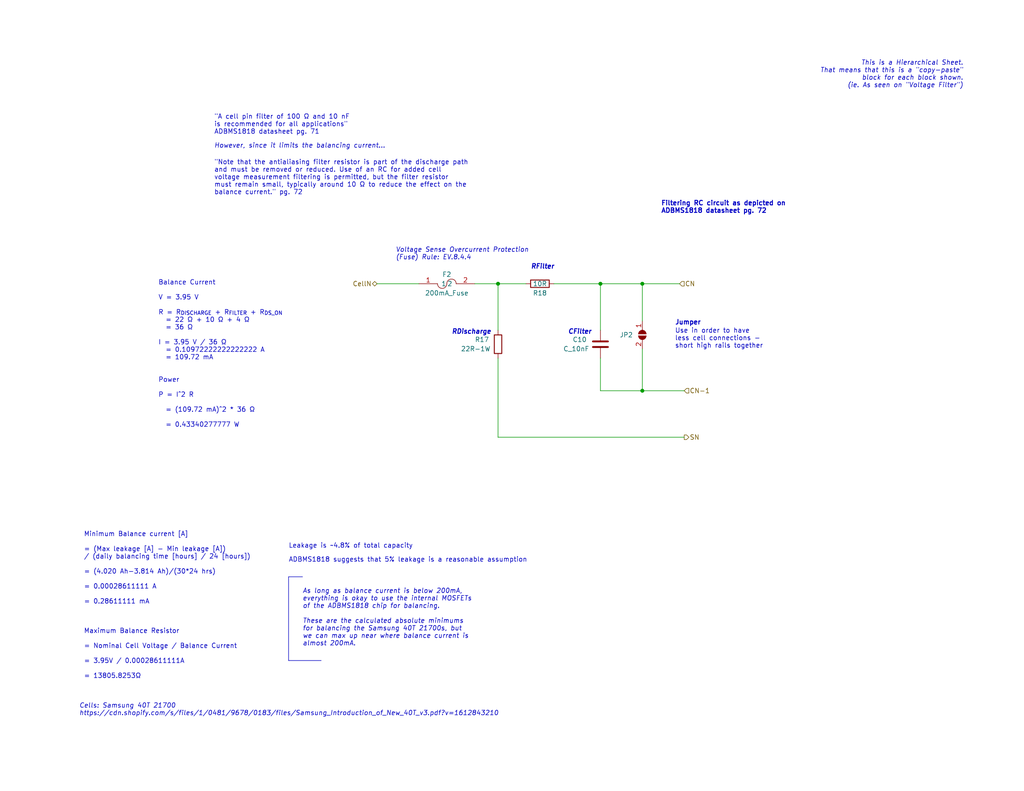
<source format=kicad_sch>
(kicad_sch (version 20230121) (generator eeschema)
  (paper "A")
  (title_block (title "MkVI BMS Cell Supervisory Circuit") (date "2022-12-04") (rev "0") (company "Olin Electric Motorsports"))
  (lib_symbols
    (symbol "Jumper:SolderJumper_2_Open" (pin_names (offset 0) hide)
      (property "Reference" "JP" (at 0 2.032 0))
      (property "Value" "SolderJumper_2_Open" (at 0 -2.54 0))
      (symbol "SolderJumper_2_Open_0_1"
        (arc (start -0.254 1.016) (mid -1.2656 0) (end -0.254 -1.016))
        (arc (start -0.254 1.016) (mid -1.2656 0) (end -0.254 -1.016) (fill (type outline)))
        (polyline (pts (xy -0.254 1.016) (xy -0.254 -1.016)))
        (polyline (pts (xy 0.254 1.016) (xy 0.254 -1.016)))
        (arc (start 0.254 -1.016) (mid 1.2656 0) (end 0.254 1.016))
        (arc (start 0.254 -1.016) (mid 1.2656 0) (end 0.254 1.016) (fill (type outline)))
      )
      (symbol "SolderJumper_2_Open_1_1"
        (pin passive line (at -3.81 0 0) (length 2.54) (name "A") (number "1"))
        (pin passive line (at 3.81 0 180) (length 2.54) (name "B") (number "2"))
      )
    )
    (symbol "OEM:10R" (pin_numbers hide) (pin_names (offset 0))
      (property "Reference" "R" (at 2.032 0 90))
      (property "Value" "10R" (at 0 0 90))
      (symbol "10R_0_1"
        (rectangle (start -1.016 -2.54) (end 1.016 2.54) (stroke (width 0.254)))
      )
      (symbol "10R_1_1"
        (pin passive line (at 0 3.81 270) (length 1.27) (name "~") (number "1"))
        (pin passive line (at 0 -3.81 90) (length 1.27) (name "~") (number "2"))
      )
    )
    (symbol "OEM:10nF" (pin_numbers hide) (pin_names (offset 0.254))
      (property "Reference" "C" (at 0.635 2.54 0))
      (property "Value" "10nF" (at 0.635 -2.54 0))
      (symbol "10nF_0_1"
        (polyline (pts (xy -2.032 -0.762) (xy 2.032 -0.762)) (stroke (width 0.508)))
        (polyline (pts (xy -2.032 0.762) (xy 2.032 0.762)) (stroke (width 0.508)))
      )
      (symbol "10nF_1_1"
        (pin passive line (at 0 3.81 270) (length 2.794) (name "~") (number "1"))
        (pin passive line (at 0 -3.81 90) (length 2.794) (name "~") (number "2"))
      )
    )
    (symbol "OEM:22R-1W" (pin_numbers hide) (pin_names (offset 0))
      (property "Reference" "R" (at -6.35 0 90))
      (property "Value" "22R-1W" (at -3.81 0 90))
      (symbol "22R-1W_0_1"
        (rectangle (start -1.016 -2.54) (end 1.016 2.54) (stroke (width 0.254)))
      )
      (symbol "22R-1W_1_1"
        (pin passive line (at 0 3.81 270) (length 1.27) (name "~") (number "1"))
        (pin passive line (at 0 -3.81 90) (length 1.27) (name "~") (number "2"))
      )
    )
    (symbol "OEM:F_200mA_125V" (pin_names (offset 1.016))
      (property "Reference" "F" (at 0 3.81 0))
      (property "Value" "F_200mA_125V" (at 0 -3.81 0))
      (symbol "F_200mA_125V_0_1"
        (arc (start -2.54 0) (mid -1.27 -1.2645) (end 0 0))
        (arc (start 1.27 1.27) (mid 0.3554 0.9071) (end 0 0))
        (arc (start 2.54 0) (mid 2.1771 0.9146) (end 1.27 1.27))
      )
      (symbol "F_200mA_125V_1_1"
        (pin input line (at -7.62 0 0) (length 5.08) (name "1") (number "1"))
        (pin input line (at 7.62 0 180) (length 5.08) (name "2") (number "2"))
      )
    )
  )
  (junction (at 175.26 77.47))
  (junction (at 175.26 106.68))
  (junction (at 135.89 77.47))
  (junction (at 163.83 77.47))
  (polyline (pts (xy 78.74 180.34) (xy 87.63 180.34)))
  (wire (pts (xy 163.83 77.47) (xy 175.26 77.47)))
  (wire (pts (xy 163.83 97.79) (xy 163.83 106.68)))
  (wire (pts (xy 102.87 77.47) (xy 114.3 77.47)))
  (polyline (pts (xy 82.55 157.48) (xy 78.74 157.48)))
  (wire (pts (xy 135.89 119.38) (xy 135.89 97.79)))
  (wire (pts (xy 163.83 77.47) (xy 163.83 90.17)))
  (wire (pts (xy 135.89 119.38) (xy 186.69 119.38)))
  (polyline (pts (xy 78.74 157.48) (xy 78.74 180.34)))
  (wire (pts (xy 135.89 77.47) (xy 135.89 90.17)))
  (wire (pts (xy 135.89 77.47) (xy 143.51 77.47)))
  (wire (pts (xy 151.13 77.47) (xy 163.83 77.47)))
  (wire (pts (xy 175.26 95.25) (xy 175.26 106.68)))
  (wire (pts (xy 163.83 106.68) (xy 175.26 106.68)))
  (wire (pts (xy 175.26 77.47) (xy 175.26 87.63)))
  (wire (pts (xy 175.26 77.47) (xy 185.42 77.47)))
  (wire (pts (xy 175.26 106.68) (xy 186.69 106.68)))
  (wire (pts (xy 129.54 77.47) (xy 135.89 77.47)))
  (text "RDischarge" (at 123.19 91.44 0) (effects (font (size 1.27 1.27) bold italic) (justify left bottom)))
  (text "Leakage is ~4.8% of total capacity" (at 78.74 149.86 0) (effects (font (size 1.27 1.27)) (justify left bottom)))
  (text "Use in order to have\nless cell connections -\nshort high rails together" (at 184.15 95.25 0) (effects (font (size 1.27 1.27)) (justify left bottom)))
  (text "\"A cell pin filter of 100 Ω and 10 nF\nis recommended for all applications\"\nADBMS1818 datasheet pg. 71" (at 58.42 36.83 0) (effects (font (size 1.27 1.27)) (justify left bottom)))
  (text "This is a Hierarchical Sheet.\nThat means that this is a \"copy-paste\"\nblock for each block shown.\n(ie. As seen on \"Voltage Filter\")" (at 262.89 24.13 0) (effects (font (size 1.27 1.27) italic) (justify right bottom)))
  (text "CFilter" (at 154.94 91.44 0) (effects (font (size 1.27 1.27) bold italic) (justify left bottom)))
  (text "\"Note that the antialiasing filter resistor is part of the discharge path\nand must be removed or reduced. Use of an RC for added cell\nvoltage measurement filtering is permitted, but the filter resistor\nmust remain small, typically around 10 Ω to reduce the effect on the\nbalance current.\" pg. 72" (at 58.42 53.34 0) (effects (font (size 1.27 1.27)) (justify left bottom)))
  (text "Maximum Balance Resistor \n\n= Nominal Cell Voltage / Balance Current\n\n= 3.95V / 0.00028611111A\n\n= 13805.8253Ω" (at 22.86 185.42 0) (effects (font (size 1.27 1.27)) (justify left bottom)))
  (text "However, since it limits the balancing current..." (at 58.42 40.64 0) (effects (font (size 1.27 1.27) italic) (justify left bottom)))
  (text "Minimum Balance current [A]\n\n= (Max leakage [A] - Min leakage [A]) \n/ (daily balancing time [hours] / 24 [hours])\n\n= (4.020 Ah-3.814 Ah)/(30*24 hrs) \n\n= 0.00028611111 A \n\n= 0.28611111 mA" (at 22.86 165.1 0) (effects (font (size 1.27 1.27)) (justify left bottom)))
  (text "ADBMS1818 suggests that 5% leakage is a reasonable assumption" (at 78.74 153.67 0) (effects (font (size 1.27 1.27)) (justify left bottom)))
  (text "Jumper" (at 184.15 88.9 0) (effects (font (size 1.27 1.27) (thickness 0.254) bold) (justify left bottom)))
  (text "Voltage Sense Overcurrent Protection\n(Fuse) Rule: EV.8.4.4" (at 107.95 71.12 0) (effects (font (size 1.27 1.27) italic) (justify left bottom)))
  (text "As long as balance current is below 200mA,\neverything is okay to use the internal MOSFETs\nof the ADBMS1818 chip for balancing.\n\nThese are the calculated absolute minimums\nfor balancing the Samsung 40T 21700s, but\nwe can max up near where balance current is\nalmost 200mA." (at 82.55 176.53 0) (effects (font (size 1.27 1.27) italic) (justify left bottom)))
  (text "Filtering RC circuit as depicted on\nADBMS1818 datasheet pg. 72" (at 180.34 58.42 0) (effects (font (size 1.27 1.27) (thickness 0.254) bold) (justify left bottom)))
  (text "RFilter" (at 144.78 73.66 0) (effects (font (size 1.27 1.27) bold italic) (justify left bottom)))
  (text "Balance Current\n\nV = 3.95 V\n\nR = R_{DISCHARGE} + R_{FILTER} + R_{DS_ON}\n  = 22 Ω + 10 Ω + 4 Ω\n  = 36 Ω\n\nI = 3.95 V / 36 Ω\n  = 0.10972222222222222 A\n  = 109.72 mA\n\n\nPower\n\nP = I^2 R\n\n  = (109.72 mA)^2 * 36 Ω\n\n  = 0.43340277777 W" (at 43.18 116.84 0) (effects (font (size 1.27 1.27)) (justify left bottom)))
  (text "Cells: Samsung 40T 21700\nhttps://cdn.shopify.com/s/files/1/0481/9678/0183/files/Samsung_Introduction_of_New_40T_v3.pdf?v=1612843210" (at 21.59 195.58 0) (effects (font (size 1.27 1.27) italic) (justify left bottom)))
  (hierarchical_label "CN" (shape input) (at 185.42 77.47 0))
  (hierarchical_label "CellN" (shape bidirectional) (at 102.87 77.47 180))
  (hierarchical_label "CN-1" (shape input) (at 186.69 106.68 0))
  (hierarchical_label "SN" (shape output) (at 186.69 119.38 0))
  (symbol (lib_id "OEM:10nF") (at 163.83 93.98 0) (unit 1)
    (property "Reference" "C10" (at 156.21 92.71 0) (effects (justify left)))
    (property "Value" "C_10nF" (at 153.67 95.25 0) (effects (justify left)))
    (property "Footprint" "OEM:C_0603" (effects hide))
    (property "Datasheet" "${OEM_DIR}/parts/datasheets/samsung_CL10B103KB8NNNC.pdf" (effects hide))
    (property "MFN" "Samsung Electro-Mechanics" (effects hide))
    (property "MPN" "CL10B103KB8NNNC" (effects hide))
    (property "DKPN" "1276-1009-2-ND" (effects hide))
    (property "Package" "0603" (effects hide))
    (property "Stocked" "Reel" (effects hide))
    (property "NewDesigns" "YES" (effects hide))
    (property "Style" "SMD" (effects hide))
    (instances (project "bms_csc" (path "" (reference "C10") (unit 1)) (path "" (reference "C11") (unit 1)) (path "" (reference "C9") (unit 1)) (path "" (reference "C12") (unit 1)) (path "" (reference "C13") (unit 1)) (path "" (reference "C14") (unit 1)) (path "" (reference "C15") (unit 1)) (path "" (reference "C16") (unit 1)) (path "" (reference "C17") (unit 1)) (path "" (reference "C18") (unit 1)) (path "" (reference "C19") (unit 1)) (path "" (reference "C20") (unit 1)) (path "" (reference "C21") (unit 1)) (path "" (reference "C22") (unit 1)) (path "" (reference "C23") (unit 1)) (path "" (reference "C24") (unit 1)) (path "" (reference "C25") (unit 1)) (path "" (reference "C26") (unit 1))))
  )
  (symbol (lib_id "OEM:F_200mA_125V") (at 121.92 77.47 0) (unit 1)
    (property "Reference" "F2" (at 121.92 74.93 0))
    (property "Value" "200mA_Fuse" (at 121.92 80.01 0))
    (property "Footprint" "Fuse:Fuse_1206_3216Metric" (effects hide))
    (property "MPN" "0466.200NRHF" (effects hide))
    (property "MFN" "Littlefuse" (effects hide))
    (property "DKPN" "F5691CT-ND" (effects hide))
    (property "NewDesigns" "YES" (effects hide))
    (property "Stocked" "F5691DKR-ND" (effects hide))
    (property "Package" "1206" (effects hide))
    (property "Style" "SMD" (effects hide))
    (instances (project "bms_csc" (path "" (reference "F2") (unit 1)) (path "" (reference "F3") (unit 1)) (path "" (reference "F1") (unit 1)) (path "" (reference "F4") (unit 1)) (path "" (reference "F5") (unit 1)) (path "" (reference "F6") (unit 1)) (path "" (reference "F7") (unit 1)) (path "" (reference "F8") (unit 1)) (path "" (reference "F9") (unit 1)) (path "" (reference "F10") (unit 1)) (path "" (reference "F11") (unit 1)) (path "" (reference "F12") (unit 1)) (path "" (reference "F13") (unit 1)) (path "" (reference "F14") (unit 1)) (path "" (reference "F15") (unit 1)) (path "" (reference "F16") (unit 1)) (path "" (reference "F17") (unit 1)) (path "" (reference "F18") (unit 1))))
  )
  (symbol (lib_id "OEM:22R-1W") (at 135.89 93.98 0) (unit 1)
    (property "Reference" "R17" (at 129.54 92.71 0) (effects (justify left)))
    (property "Value" "22R-1W" (at 125.73 95.25 0) (effects (justify left)))
    (property "Footprint" "Resistor_SMD:R_2512_6332Metric" (effects hide))
    (property "Datasheet" "https://www.te.com/commerce/DocumentDelivery/DDEController?Action=srchrtrv&DocNm=1773139&DocType=DS&DocLang=English" (effects hide))
    (property "MPN" "352022RJT" (effects hide))
    (property "MFN" "TE Connectivity Passive Product" (effects hide))
    (property "DKPN" "A102515DKR-ND" (effects hide))
    (property "NewDesigns" "YES" (effects hide))
    (property "Stocked" "Digi-Reel" (effects hide))
    (property "Package" "2512" (effects hide))
    (property "Style" "SMD" (effects hide))
    (instances (project "bms_csc" (path "" (reference "R17") (unit 1)) (path "" (reference "R19") (unit 1)) (path "" (reference "R15") (unit 1)) (path "" (reference "R21") (unit 1)) (path "" (reference "R23") (unit 1)) (path "" (reference "R25") (unit 1)) (path "" (reference "R27") (unit 1)) (path "" (reference "R29") (unit 1)) (path "" (reference "R31") (unit 1)) (path "" (reference "R33") (unit 1)) (path "" (reference "R35") (unit 1)) (path "" (reference "R37") (unit 1)) (path "" (reference "R39") (unit 1)) (path "" (reference "R41") (unit 1)) (path "" (reference "R43") (unit 1)) (path "" (reference "R45") (unit 1)) (path "" (reference "R47") (unit 1)) (path "" (reference "R49") (unit 1))))
  )
  (symbol (lib_id "OEM:10R") (at 147.32 77.47 90) (unit 1)
    (property "Reference" "R18" (at 147.32 80.01 90))
    (property "Value" "10R" (at 147.32 77.47 90))
    (property "Footprint" "OEM:R_0603" (effects hide))
    (property "Datasheet" "https://www.koaspeer.com/pdfs/SG73P.pdf" (effects hide))
    (property "MFN" "KOA Speer Electronics, Inc." (effects hide))
    (property "MPN" "SG73P1JTTD100J" (effects hide))
    (property "DKPN" "2019-SG73P1JTTD100JDKR-ND" (effects hide))
    (property "NewDesigns" "YES" (effects hide))
    (property "Stocked" "Digi-Reel" (effects hide))
    (property "Package" "0603" (effects hide))
    (property "Style" "SMD" (effects hide))
    (instances (project "bms_csc" (path "" (reference "R18") (unit 1)) (path "" (reference "R20") (unit 1)) (path "" (reference "R16") (unit 1)) (path "" (reference "R22") (unit 1)) (path "" (reference "R24") (unit 1)) (path "" (reference "R26") (unit 1)) (path "" (reference "R28") (unit 1)) (path "" (reference "R30") (unit 1)) (path "" (reference "R32") (unit 1)) (path "" (reference "R34") (unit 1)) (path "" (reference "R36") (unit 1)) (path "" (reference "R38") (unit 1)) (path "" (reference "R40") (unit 1)) (path "" (reference "R42") (unit 1)) (path "" (reference "R44") (unit 1)) (path "" (reference "R46") (unit 1)) (path "" (reference "R48") (unit 1)) (path "" (reference "R50") (unit 1))))
  )
  (symbol (lib_id "Jumper:SolderJumper_2_Open") (at 175.26 91.44 270) (unit 1) (in_bom no)
    (property "Reference" "JP2" (at 172.72 91.44 90) (effects (justify right)))
    (property "Value" "SolderJumper_2_Open" (effects hide))
    (property "Footprint" "Jumper:SolderJumper-2_P1.3mm_Open_TrianglePad1.0x1.5mm" (effects hide))
    (instances (project "bms_csc" (path "" (reference "JP2") (unit 1)) (path "" (reference "JP3") (unit 1)) (path "" (reference "JP1") (unit 1)) (path "" (reference "JP4") (unit 1)) (path "" (reference "JP5") (unit 1)) (path "" (reference "JP6") (unit 1)) (path "" (reference "JP7") (unit 1)) (path "" (reference "JP8") (unit 1)) (path "" (reference "JP9") (unit 1)) (path "" (reference "JP10") (unit 1)) (path "" (reference "JP11") (unit 1)) (path "" (reference "JP12") (unit 1)) (path "" (reference "JP13") (unit 1)) (path "" (reference "JP14") (unit 1)) (path "" (reference "JP15") (unit 1)) (path "" (reference "JP16") (unit 1)) (path "" (reference "JP17") (unit 1)) (path "" (reference "JP18") (unit 1))))
  )
)
</source>
